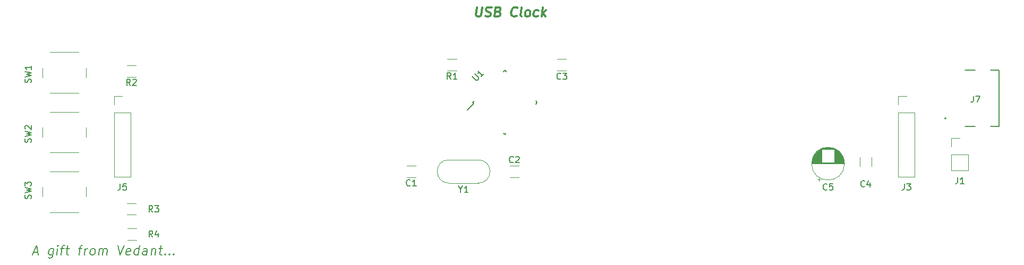
<source format=gbr>
%TF.GenerationSoftware,KiCad,Pcbnew,7.0.2*%
%TF.CreationDate,2024-10-16T20:37:04+05:30*%
%TF.ProjectId,digitalClock,64696769-7461-46c4-936c-6f636b2e6b69,rev?*%
%TF.SameCoordinates,Original*%
%TF.FileFunction,Legend,Top*%
%TF.FilePolarity,Positive*%
%FSLAX46Y46*%
G04 Gerber Fmt 4.6, Leading zero omitted, Abs format (unit mm)*
G04 Created by KiCad (PCBNEW 7.0.2) date 2024-10-16 20:37:04*
%MOMM*%
%LPD*%
G01*
G04 APERTURE LIST*
%ADD10C,0.187500*%
%ADD11C,0.300000*%
%ADD12C,0.150000*%
%ADD13C,0.120000*%
%ADD14C,0.127000*%
%ADD15C,0.200000*%
G04 APERTURE END LIST*
D10*
X69330357Y-117887857D02*
X70044642Y-117887857D01*
X69133928Y-118316428D02*
X69821428Y-116816428D01*
X69821428Y-116816428D02*
X70133928Y-118316428D01*
X72535714Y-117316428D02*
X72383928Y-118530714D01*
X72383928Y-118530714D02*
X72294643Y-118673571D01*
X72294643Y-118673571D02*
X72214285Y-118745000D01*
X72214285Y-118745000D02*
X72062500Y-118816428D01*
X72062500Y-118816428D02*
X71848214Y-118816428D01*
X71848214Y-118816428D02*
X71714285Y-118745000D01*
X72419643Y-118245000D02*
X72267857Y-118316428D01*
X72267857Y-118316428D02*
X71982143Y-118316428D01*
X71982143Y-118316428D02*
X71848214Y-118245000D01*
X71848214Y-118245000D02*
X71785714Y-118173571D01*
X71785714Y-118173571D02*
X71732143Y-118030714D01*
X71732143Y-118030714D02*
X71785714Y-117602142D01*
X71785714Y-117602142D02*
X71875000Y-117459285D01*
X71875000Y-117459285D02*
X71955357Y-117387857D01*
X71955357Y-117387857D02*
X72107143Y-117316428D01*
X72107143Y-117316428D02*
X72392857Y-117316428D01*
X72392857Y-117316428D02*
X72526785Y-117387857D01*
X73053571Y-118316428D02*
X73178571Y-117316428D01*
X73241071Y-116816428D02*
X73160714Y-116887857D01*
X73160714Y-116887857D02*
X73223214Y-116959285D01*
X73223214Y-116959285D02*
X73303571Y-116887857D01*
X73303571Y-116887857D02*
X73241071Y-116816428D01*
X73241071Y-116816428D02*
X73223214Y-116959285D01*
X73669642Y-117316428D02*
X74241071Y-117316428D01*
X73758928Y-118316428D02*
X73919642Y-117030714D01*
X73919642Y-117030714D02*
X74008928Y-116887857D01*
X74008928Y-116887857D02*
X74160714Y-116816428D01*
X74160714Y-116816428D02*
X74303571Y-116816428D01*
X74517856Y-117316428D02*
X75089285Y-117316428D01*
X74794642Y-116816428D02*
X74633928Y-118102142D01*
X74633928Y-118102142D02*
X74687499Y-118245000D01*
X74687499Y-118245000D02*
X74821428Y-118316428D01*
X74821428Y-118316428D02*
X74964285Y-118316428D01*
X76508927Y-117316428D02*
X77080356Y-117316428D01*
X76598213Y-118316428D02*
X76758927Y-117030714D01*
X76758927Y-117030714D02*
X76848213Y-116887857D01*
X76848213Y-116887857D02*
X76999999Y-116816428D01*
X76999999Y-116816428D02*
X77142856Y-116816428D01*
X77446427Y-118316428D02*
X77571427Y-117316428D01*
X77535713Y-117602142D02*
X77624998Y-117459285D01*
X77624998Y-117459285D02*
X77705355Y-117387857D01*
X77705355Y-117387857D02*
X77857141Y-117316428D01*
X77857141Y-117316428D02*
X77999998Y-117316428D01*
X78580356Y-118316428D02*
X78446427Y-118245000D01*
X78446427Y-118245000D02*
X78383927Y-118173571D01*
X78383927Y-118173571D02*
X78330356Y-118030714D01*
X78330356Y-118030714D02*
X78383927Y-117602142D01*
X78383927Y-117602142D02*
X78473213Y-117459285D01*
X78473213Y-117459285D02*
X78553570Y-117387857D01*
X78553570Y-117387857D02*
X78705356Y-117316428D01*
X78705356Y-117316428D02*
X78919641Y-117316428D01*
X78919641Y-117316428D02*
X79053570Y-117387857D01*
X79053570Y-117387857D02*
X79116070Y-117459285D01*
X79116070Y-117459285D02*
X79169641Y-117602142D01*
X79169641Y-117602142D02*
X79116070Y-118030714D01*
X79116070Y-118030714D02*
X79026784Y-118173571D01*
X79026784Y-118173571D02*
X78946427Y-118245000D01*
X78946427Y-118245000D02*
X78794641Y-118316428D01*
X78794641Y-118316428D02*
X78580356Y-118316428D01*
X79714284Y-118316428D02*
X79839284Y-117316428D01*
X79821427Y-117459285D02*
X79901784Y-117387857D01*
X79901784Y-117387857D02*
X80053570Y-117316428D01*
X80053570Y-117316428D02*
X80267855Y-117316428D01*
X80267855Y-117316428D02*
X80401784Y-117387857D01*
X80401784Y-117387857D02*
X80455355Y-117530714D01*
X80455355Y-117530714D02*
X80357141Y-118316428D01*
X80455355Y-117530714D02*
X80544641Y-117387857D01*
X80544641Y-117387857D02*
X80696427Y-117316428D01*
X80696427Y-117316428D02*
X80910712Y-117316428D01*
X80910712Y-117316428D02*
X81044641Y-117387857D01*
X81044641Y-117387857D02*
X81098212Y-117530714D01*
X81098212Y-117530714D02*
X80999998Y-118316428D01*
X82821426Y-116816428D02*
X83133926Y-118316428D01*
X83133926Y-118316428D02*
X83821426Y-116816428D01*
X84705355Y-118245000D02*
X84553569Y-118316428D01*
X84553569Y-118316428D02*
X84267855Y-118316428D01*
X84267855Y-118316428D02*
X84133926Y-118245000D01*
X84133926Y-118245000D02*
X84080355Y-118102142D01*
X84080355Y-118102142D02*
X84151784Y-117530714D01*
X84151784Y-117530714D02*
X84241069Y-117387857D01*
X84241069Y-117387857D02*
X84392855Y-117316428D01*
X84392855Y-117316428D02*
X84678569Y-117316428D01*
X84678569Y-117316428D02*
X84812498Y-117387857D01*
X84812498Y-117387857D02*
X84866069Y-117530714D01*
X84866069Y-117530714D02*
X84848212Y-117673571D01*
X84848212Y-117673571D02*
X84116069Y-117816428D01*
X86044641Y-118316428D02*
X86232141Y-116816428D01*
X86053570Y-118245000D02*
X85901784Y-118316428D01*
X85901784Y-118316428D02*
X85616070Y-118316428D01*
X85616070Y-118316428D02*
X85482141Y-118245000D01*
X85482141Y-118245000D02*
X85419641Y-118173571D01*
X85419641Y-118173571D02*
X85366070Y-118030714D01*
X85366070Y-118030714D02*
X85419641Y-117602142D01*
X85419641Y-117602142D02*
X85508927Y-117459285D01*
X85508927Y-117459285D02*
X85589284Y-117387857D01*
X85589284Y-117387857D02*
X85741070Y-117316428D01*
X85741070Y-117316428D02*
X86026784Y-117316428D01*
X86026784Y-117316428D02*
X86160712Y-117387857D01*
X87392855Y-118316428D02*
X87491069Y-117530714D01*
X87491069Y-117530714D02*
X87437498Y-117387857D01*
X87437498Y-117387857D02*
X87303569Y-117316428D01*
X87303569Y-117316428D02*
X87017855Y-117316428D01*
X87017855Y-117316428D02*
X86866069Y-117387857D01*
X87401784Y-118245000D02*
X87249998Y-118316428D01*
X87249998Y-118316428D02*
X86892855Y-118316428D01*
X86892855Y-118316428D02*
X86758926Y-118245000D01*
X86758926Y-118245000D02*
X86705355Y-118102142D01*
X86705355Y-118102142D02*
X86723212Y-117959285D01*
X86723212Y-117959285D02*
X86812498Y-117816428D01*
X86812498Y-117816428D02*
X86964284Y-117745000D01*
X86964284Y-117745000D02*
X87321426Y-117745000D01*
X87321426Y-117745000D02*
X87473212Y-117673571D01*
X88223212Y-117316428D02*
X88098212Y-118316428D01*
X88205355Y-117459285D02*
X88285712Y-117387857D01*
X88285712Y-117387857D02*
X88437498Y-117316428D01*
X88437498Y-117316428D02*
X88651783Y-117316428D01*
X88651783Y-117316428D02*
X88785712Y-117387857D01*
X88785712Y-117387857D02*
X88839283Y-117530714D01*
X88839283Y-117530714D02*
X88741069Y-118316428D01*
X89357140Y-117316428D02*
X89928569Y-117316428D01*
X89633926Y-116816428D02*
X89473212Y-118102142D01*
X89473212Y-118102142D02*
X89526783Y-118245000D01*
X89526783Y-118245000D02*
X89660712Y-118316428D01*
X89660712Y-118316428D02*
X89803569Y-118316428D01*
X90312497Y-118173571D02*
X90374997Y-118245000D01*
X90374997Y-118245000D02*
X90294640Y-118316428D01*
X90294640Y-118316428D02*
X90232140Y-118245000D01*
X90232140Y-118245000D02*
X90312497Y-118173571D01*
X90312497Y-118173571D02*
X90294640Y-118316428D01*
X91017854Y-118173571D02*
X91080354Y-118245000D01*
X91080354Y-118245000D02*
X90999997Y-118316428D01*
X90999997Y-118316428D02*
X90937497Y-118245000D01*
X90937497Y-118245000D02*
X91017854Y-118173571D01*
X91017854Y-118173571D02*
X90999997Y-118316428D01*
X91723211Y-118173571D02*
X91785711Y-118245000D01*
X91785711Y-118245000D02*
X91705354Y-118316428D01*
X91705354Y-118316428D02*
X91642854Y-118245000D01*
X91642854Y-118245000D02*
X91723211Y-118173571D01*
X91723211Y-118173571D02*
X91705354Y-118316428D01*
D11*
X140035714Y-78816428D02*
X139883928Y-80030714D01*
X139883928Y-80030714D02*
X139937500Y-80173571D01*
X139937500Y-80173571D02*
X140000000Y-80245000D01*
X140000000Y-80245000D02*
X140133928Y-80316428D01*
X140133928Y-80316428D02*
X140419642Y-80316428D01*
X140419642Y-80316428D02*
X140571428Y-80245000D01*
X140571428Y-80245000D02*
X140651785Y-80173571D01*
X140651785Y-80173571D02*
X140741071Y-80030714D01*
X140741071Y-80030714D02*
X140892857Y-78816428D01*
X141348214Y-80245000D02*
X141553571Y-80316428D01*
X141553571Y-80316428D02*
X141910714Y-80316428D01*
X141910714Y-80316428D02*
X142062500Y-80245000D01*
X142062500Y-80245000D02*
X142142857Y-80173571D01*
X142142857Y-80173571D02*
X142232142Y-80030714D01*
X142232142Y-80030714D02*
X142250000Y-79887857D01*
X142250000Y-79887857D02*
X142196428Y-79745000D01*
X142196428Y-79745000D02*
X142133928Y-79673571D01*
X142133928Y-79673571D02*
X142000000Y-79602142D01*
X142000000Y-79602142D02*
X141723214Y-79530714D01*
X141723214Y-79530714D02*
X141589285Y-79459285D01*
X141589285Y-79459285D02*
X141526785Y-79387857D01*
X141526785Y-79387857D02*
X141473214Y-79245000D01*
X141473214Y-79245000D02*
X141491071Y-79102142D01*
X141491071Y-79102142D02*
X141580357Y-78959285D01*
X141580357Y-78959285D02*
X141660714Y-78887857D01*
X141660714Y-78887857D02*
X141812500Y-78816428D01*
X141812500Y-78816428D02*
X142169642Y-78816428D01*
X142169642Y-78816428D02*
X142375000Y-78887857D01*
X143428571Y-79530714D02*
X143633928Y-79602142D01*
X143633928Y-79602142D02*
X143696428Y-79673571D01*
X143696428Y-79673571D02*
X143750000Y-79816428D01*
X143750000Y-79816428D02*
X143723214Y-80030714D01*
X143723214Y-80030714D02*
X143633928Y-80173571D01*
X143633928Y-80173571D02*
X143553571Y-80245000D01*
X143553571Y-80245000D02*
X143401785Y-80316428D01*
X143401785Y-80316428D02*
X142830357Y-80316428D01*
X142830357Y-80316428D02*
X143017857Y-78816428D01*
X143017857Y-78816428D02*
X143517857Y-78816428D01*
X143517857Y-78816428D02*
X143651785Y-78887857D01*
X143651785Y-78887857D02*
X143714285Y-78959285D01*
X143714285Y-78959285D02*
X143767857Y-79102142D01*
X143767857Y-79102142D02*
X143750000Y-79245000D01*
X143750000Y-79245000D02*
X143660714Y-79387857D01*
X143660714Y-79387857D02*
X143580357Y-79459285D01*
X143580357Y-79459285D02*
X143428571Y-79530714D01*
X143428571Y-79530714D02*
X142928571Y-79530714D01*
X146339285Y-80173571D02*
X146258928Y-80245000D01*
X146258928Y-80245000D02*
X146035713Y-80316428D01*
X146035713Y-80316428D02*
X145892856Y-80316428D01*
X145892856Y-80316428D02*
X145687499Y-80245000D01*
X145687499Y-80245000D02*
X145562499Y-80102142D01*
X145562499Y-80102142D02*
X145508928Y-79959285D01*
X145508928Y-79959285D02*
X145473213Y-79673571D01*
X145473213Y-79673571D02*
X145499999Y-79459285D01*
X145499999Y-79459285D02*
X145607142Y-79173571D01*
X145607142Y-79173571D02*
X145696428Y-79030714D01*
X145696428Y-79030714D02*
X145857142Y-78887857D01*
X145857142Y-78887857D02*
X146080356Y-78816428D01*
X146080356Y-78816428D02*
X146223213Y-78816428D01*
X146223213Y-78816428D02*
X146428571Y-78887857D01*
X146428571Y-78887857D02*
X146491071Y-78959285D01*
X147169642Y-80316428D02*
X147035713Y-80245000D01*
X147035713Y-80245000D02*
X146982142Y-80102142D01*
X146982142Y-80102142D02*
X147142856Y-78816428D01*
X147946428Y-80316428D02*
X147812499Y-80245000D01*
X147812499Y-80245000D02*
X147749999Y-80173571D01*
X147749999Y-80173571D02*
X147696428Y-80030714D01*
X147696428Y-80030714D02*
X147749999Y-79602142D01*
X147749999Y-79602142D02*
X147839285Y-79459285D01*
X147839285Y-79459285D02*
X147919642Y-79387857D01*
X147919642Y-79387857D02*
X148071428Y-79316428D01*
X148071428Y-79316428D02*
X148285713Y-79316428D01*
X148285713Y-79316428D02*
X148419642Y-79387857D01*
X148419642Y-79387857D02*
X148482142Y-79459285D01*
X148482142Y-79459285D02*
X148535713Y-79602142D01*
X148535713Y-79602142D02*
X148482142Y-80030714D01*
X148482142Y-80030714D02*
X148392856Y-80173571D01*
X148392856Y-80173571D02*
X148312499Y-80245000D01*
X148312499Y-80245000D02*
X148160713Y-80316428D01*
X148160713Y-80316428D02*
X147946428Y-80316428D01*
X149732142Y-80245000D02*
X149580356Y-80316428D01*
X149580356Y-80316428D02*
X149294642Y-80316428D01*
X149294642Y-80316428D02*
X149160713Y-80245000D01*
X149160713Y-80245000D02*
X149098213Y-80173571D01*
X149098213Y-80173571D02*
X149044642Y-80030714D01*
X149044642Y-80030714D02*
X149098213Y-79602142D01*
X149098213Y-79602142D02*
X149187499Y-79459285D01*
X149187499Y-79459285D02*
X149267856Y-79387857D01*
X149267856Y-79387857D02*
X149419642Y-79316428D01*
X149419642Y-79316428D02*
X149705356Y-79316428D01*
X149705356Y-79316428D02*
X149839284Y-79387857D01*
X150357142Y-80316428D02*
X150544642Y-78816428D01*
X150571428Y-79745000D02*
X150928570Y-80316428D01*
X151053570Y-79316428D02*
X150410713Y-79887857D01*
D12*
%TO.C,C1*%
X129395833Y-107217380D02*
X129348214Y-107265000D01*
X129348214Y-107265000D02*
X129205357Y-107312619D01*
X129205357Y-107312619D02*
X129110119Y-107312619D01*
X129110119Y-107312619D02*
X128967262Y-107265000D01*
X128967262Y-107265000D02*
X128872024Y-107169761D01*
X128872024Y-107169761D02*
X128824405Y-107074523D01*
X128824405Y-107074523D02*
X128776786Y-106884047D01*
X128776786Y-106884047D02*
X128776786Y-106741190D01*
X128776786Y-106741190D02*
X128824405Y-106550714D01*
X128824405Y-106550714D02*
X128872024Y-106455476D01*
X128872024Y-106455476D02*
X128967262Y-106360238D01*
X128967262Y-106360238D02*
X129110119Y-106312619D01*
X129110119Y-106312619D02*
X129205357Y-106312619D01*
X129205357Y-106312619D02*
X129348214Y-106360238D01*
X129348214Y-106360238D02*
X129395833Y-106407857D01*
X130348214Y-107312619D02*
X129776786Y-107312619D01*
X130062500Y-107312619D02*
X130062500Y-106312619D01*
X130062500Y-106312619D02*
X129967262Y-106455476D01*
X129967262Y-106455476D02*
X129872024Y-106550714D01*
X129872024Y-106550714D02*
X129776786Y-106598333D01*
%TO.C,R2*%
X84783333Y-91282619D02*
X84450000Y-90806428D01*
X84211905Y-91282619D02*
X84211905Y-90282619D01*
X84211905Y-90282619D02*
X84592857Y-90282619D01*
X84592857Y-90282619D02*
X84688095Y-90330238D01*
X84688095Y-90330238D02*
X84735714Y-90377857D01*
X84735714Y-90377857D02*
X84783333Y-90473095D01*
X84783333Y-90473095D02*
X84783333Y-90615952D01*
X84783333Y-90615952D02*
X84735714Y-90711190D01*
X84735714Y-90711190D02*
X84688095Y-90758809D01*
X84688095Y-90758809D02*
X84592857Y-90806428D01*
X84592857Y-90806428D02*
X84211905Y-90806428D01*
X85164286Y-90377857D02*
X85211905Y-90330238D01*
X85211905Y-90330238D02*
X85307143Y-90282619D01*
X85307143Y-90282619D02*
X85545238Y-90282619D01*
X85545238Y-90282619D02*
X85640476Y-90330238D01*
X85640476Y-90330238D02*
X85688095Y-90377857D01*
X85688095Y-90377857D02*
X85735714Y-90473095D01*
X85735714Y-90473095D02*
X85735714Y-90568333D01*
X85735714Y-90568333D02*
X85688095Y-90711190D01*
X85688095Y-90711190D02*
X85116667Y-91282619D01*
X85116667Y-91282619D02*
X85735714Y-91282619D01*
%TO.C,SW3*%
X68915000Y-109333332D02*
X68962619Y-109190475D01*
X68962619Y-109190475D02*
X68962619Y-108952380D01*
X68962619Y-108952380D02*
X68915000Y-108857142D01*
X68915000Y-108857142D02*
X68867380Y-108809523D01*
X68867380Y-108809523D02*
X68772142Y-108761904D01*
X68772142Y-108761904D02*
X68676904Y-108761904D01*
X68676904Y-108761904D02*
X68581666Y-108809523D01*
X68581666Y-108809523D02*
X68534047Y-108857142D01*
X68534047Y-108857142D02*
X68486428Y-108952380D01*
X68486428Y-108952380D02*
X68438809Y-109142856D01*
X68438809Y-109142856D02*
X68391190Y-109238094D01*
X68391190Y-109238094D02*
X68343571Y-109285713D01*
X68343571Y-109285713D02*
X68248333Y-109333332D01*
X68248333Y-109333332D02*
X68153095Y-109333332D01*
X68153095Y-109333332D02*
X68057857Y-109285713D01*
X68057857Y-109285713D02*
X68010238Y-109238094D01*
X68010238Y-109238094D02*
X67962619Y-109142856D01*
X67962619Y-109142856D02*
X67962619Y-108904761D01*
X67962619Y-108904761D02*
X68010238Y-108761904D01*
X67962619Y-108428570D02*
X68962619Y-108190475D01*
X68962619Y-108190475D02*
X68248333Y-107999999D01*
X68248333Y-107999999D02*
X68962619Y-107809523D01*
X68962619Y-107809523D02*
X67962619Y-107571428D01*
X67962619Y-107285713D02*
X67962619Y-106666666D01*
X67962619Y-106666666D02*
X68343571Y-106999999D01*
X68343571Y-106999999D02*
X68343571Y-106857142D01*
X68343571Y-106857142D02*
X68391190Y-106761904D01*
X68391190Y-106761904D02*
X68438809Y-106714285D01*
X68438809Y-106714285D02*
X68534047Y-106666666D01*
X68534047Y-106666666D02*
X68772142Y-106666666D01*
X68772142Y-106666666D02*
X68867380Y-106714285D01*
X68867380Y-106714285D02*
X68915000Y-106761904D01*
X68915000Y-106761904D02*
X68962619Y-106857142D01*
X68962619Y-106857142D02*
X68962619Y-107142856D01*
X68962619Y-107142856D02*
X68915000Y-107238094D01*
X68915000Y-107238094D02*
X68867380Y-107285713D01*
%TO.C,J7*%
X219166666Y-92962619D02*
X219166666Y-93676904D01*
X219166666Y-93676904D02*
X219119047Y-93819761D01*
X219119047Y-93819761D02*
X219023809Y-93915000D01*
X219023809Y-93915000D02*
X218880952Y-93962619D01*
X218880952Y-93962619D02*
X218785714Y-93962619D01*
X219547619Y-92962619D02*
X220214285Y-92962619D01*
X220214285Y-92962619D02*
X219785714Y-93962619D01*
%TO.C,U1*%
X139303270Y-89880766D02*
X139875690Y-90453186D01*
X139875690Y-90453186D02*
X139976705Y-90486857D01*
X139976705Y-90486857D02*
X140044048Y-90486857D01*
X140044048Y-90486857D02*
X140145064Y-90453186D01*
X140145064Y-90453186D02*
X140279751Y-90318499D01*
X140279751Y-90318499D02*
X140313422Y-90217483D01*
X140313422Y-90217483D02*
X140313422Y-90150140D01*
X140313422Y-90150140D02*
X140279751Y-90049125D01*
X140279751Y-90049125D02*
X139707331Y-89476705D01*
X141121544Y-89476705D02*
X140717483Y-89880766D01*
X140919514Y-89678735D02*
X140212407Y-88971629D01*
X140212407Y-88971629D02*
X140246079Y-89139987D01*
X140246079Y-89139987D02*
X140246079Y-89274674D01*
X140246079Y-89274674D02*
X140212407Y-89375690D01*
%TO.C,R4*%
X88333333Y-115462619D02*
X88000000Y-114986428D01*
X87761905Y-115462619D02*
X87761905Y-114462619D01*
X87761905Y-114462619D02*
X88142857Y-114462619D01*
X88142857Y-114462619D02*
X88238095Y-114510238D01*
X88238095Y-114510238D02*
X88285714Y-114557857D01*
X88285714Y-114557857D02*
X88333333Y-114653095D01*
X88333333Y-114653095D02*
X88333333Y-114795952D01*
X88333333Y-114795952D02*
X88285714Y-114891190D01*
X88285714Y-114891190D02*
X88238095Y-114938809D01*
X88238095Y-114938809D02*
X88142857Y-114986428D01*
X88142857Y-114986428D02*
X87761905Y-114986428D01*
X89190476Y-114795952D02*
X89190476Y-115462619D01*
X88952381Y-114415000D02*
X88714286Y-115129285D01*
X88714286Y-115129285D02*
X89333333Y-115129285D01*
%TO.C,J5*%
X83166666Y-106962619D02*
X83166666Y-107676904D01*
X83166666Y-107676904D02*
X83119047Y-107819761D01*
X83119047Y-107819761D02*
X83023809Y-107915000D01*
X83023809Y-107915000D02*
X82880952Y-107962619D01*
X82880952Y-107962619D02*
X82785714Y-107962619D01*
X84119047Y-106962619D02*
X83642857Y-106962619D01*
X83642857Y-106962619D02*
X83595238Y-107438809D01*
X83595238Y-107438809D02*
X83642857Y-107391190D01*
X83642857Y-107391190D02*
X83738095Y-107343571D01*
X83738095Y-107343571D02*
X83976190Y-107343571D01*
X83976190Y-107343571D02*
X84071428Y-107391190D01*
X84071428Y-107391190D02*
X84119047Y-107438809D01*
X84119047Y-107438809D02*
X84166666Y-107534047D01*
X84166666Y-107534047D02*
X84166666Y-107772142D01*
X84166666Y-107772142D02*
X84119047Y-107867380D01*
X84119047Y-107867380D02*
X84071428Y-107915000D01*
X84071428Y-107915000D02*
X83976190Y-107962619D01*
X83976190Y-107962619D02*
X83738095Y-107962619D01*
X83738095Y-107962619D02*
X83642857Y-107915000D01*
X83642857Y-107915000D02*
X83595238Y-107867380D01*
%TO.C,SW2*%
X68915000Y-100333332D02*
X68962619Y-100190475D01*
X68962619Y-100190475D02*
X68962619Y-99952380D01*
X68962619Y-99952380D02*
X68915000Y-99857142D01*
X68915000Y-99857142D02*
X68867380Y-99809523D01*
X68867380Y-99809523D02*
X68772142Y-99761904D01*
X68772142Y-99761904D02*
X68676904Y-99761904D01*
X68676904Y-99761904D02*
X68581666Y-99809523D01*
X68581666Y-99809523D02*
X68534047Y-99857142D01*
X68534047Y-99857142D02*
X68486428Y-99952380D01*
X68486428Y-99952380D02*
X68438809Y-100142856D01*
X68438809Y-100142856D02*
X68391190Y-100238094D01*
X68391190Y-100238094D02*
X68343571Y-100285713D01*
X68343571Y-100285713D02*
X68248333Y-100333332D01*
X68248333Y-100333332D02*
X68153095Y-100333332D01*
X68153095Y-100333332D02*
X68057857Y-100285713D01*
X68057857Y-100285713D02*
X68010238Y-100238094D01*
X68010238Y-100238094D02*
X67962619Y-100142856D01*
X67962619Y-100142856D02*
X67962619Y-99904761D01*
X67962619Y-99904761D02*
X68010238Y-99761904D01*
X67962619Y-99428570D02*
X68962619Y-99190475D01*
X68962619Y-99190475D02*
X68248333Y-98999999D01*
X68248333Y-98999999D02*
X68962619Y-98809523D01*
X68962619Y-98809523D02*
X67962619Y-98571428D01*
X68057857Y-98238094D02*
X68010238Y-98190475D01*
X68010238Y-98190475D02*
X67962619Y-98095237D01*
X67962619Y-98095237D02*
X67962619Y-97857142D01*
X67962619Y-97857142D02*
X68010238Y-97761904D01*
X68010238Y-97761904D02*
X68057857Y-97714285D01*
X68057857Y-97714285D02*
X68153095Y-97666666D01*
X68153095Y-97666666D02*
X68248333Y-97666666D01*
X68248333Y-97666666D02*
X68391190Y-97714285D01*
X68391190Y-97714285D02*
X68962619Y-98285713D01*
X68962619Y-98285713D02*
X68962619Y-97666666D01*
%TO.C,C3*%
X153395833Y-90217380D02*
X153348214Y-90265000D01*
X153348214Y-90265000D02*
X153205357Y-90312619D01*
X153205357Y-90312619D02*
X153110119Y-90312619D01*
X153110119Y-90312619D02*
X152967262Y-90265000D01*
X152967262Y-90265000D02*
X152872024Y-90169761D01*
X152872024Y-90169761D02*
X152824405Y-90074523D01*
X152824405Y-90074523D02*
X152776786Y-89884047D01*
X152776786Y-89884047D02*
X152776786Y-89741190D01*
X152776786Y-89741190D02*
X152824405Y-89550714D01*
X152824405Y-89550714D02*
X152872024Y-89455476D01*
X152872024Y-89455476D02*
X152967262Y-89360238D01*
X152967262Y-89360238D02*
X153110119Y-89312619D01*
X153110119Y-89312619D02*
X153205357Y-89312619D01*
X153205357Y-89312619D02*
X153348214Y-89360238D01*
X153348214Y-89360238D02*
X153395833Y-89407857D01*
X153729167Y-89312619D02*
X154348214Y-89312619D01*
X154348214Y-89312619D02*
X154014881Y-89693571D01*
X154014881Y-89693571D02*
X154157738Y-89693571D01*
X154157738Y-89693571D02*
X154252976Y-89741190D01*
X154252976Y-89741190D02*
X154300595Y-89788809D01*
X154300595Y-89788809D02*
X154348214Y-89884047D01*
X154348214Y-89884047D02*
X154348214Y-90122142D01*
X154348214Y-90122142D02*
X154300595Y-90217380D01*
X154300595Y-90217380D02*
X154252976Y-90265000D01*
X154252976Y-90265000D02*
X154157738Y-90312619D01*
X154157738Y-90312619D02*
X153872024Y-90312619D01*
X153872024Y-90312619D02*
X153776786Y-90265000D01*
X153776786Y-90265000D02*
X153729167Y-90217380D01*
%TO.C,Y1*%
X137423809Y-107836428D02*
X137423809Y-108312619D01*
X137090476Y-107312619D02*
X137423809Y-107836428D01*
X137423809Y-107836428D02*
X137757142Y-107312619D01*
X138614285Y-108312619D02*
X138042857Y-108312619D01*
X138328571Y-108312619D02*
X138328571Y-107312619D01*
X138328571Y-107312619D02*
X138233333Y-107455476D01*
X138233333Y-107455476D02*
X138138095Y-107550714D01*
X138138095Y-107550714D02*
X138042857Y-107598333D01*
%TO.C,R3*%
X88333333Y-111462619D02*
X88000000Y-110986428D01*
X87761905Y-111462619D02*
X87761905Y-110462619D01*
X87761905Y-110462619D02*
X88142857Y-110462619D01*
X88142857Y-110462619D02*
X88238095Y-110510238D01*
X88238095Y-110510238D02*
X88285714Y-110557857D01*
X88285714Y-110557857D02*
X88333333Y-110653095D01*
X88333333Y-110653095D02*
X88333333Y-110795952D01*
X88333333Y-110795952D02*
X88285714Y-110891190D01*
X88285714Y-110891190D02*
X88238095Y-110938809D01*
X88238095Y-110938809D02*
X88142857Y-110986428D01*
X88142857Y-110986428D02*
X87761905Y-110986428D01*
X88666667Y-110462619D02*
X89285714Y-110462619D01*
X89285714Y-110462619D02*
X88952381Y-110843571D01*
X88952381Y-110843571D02*
X89095238Y-110843571D01*
X89095238Y-110843571D02*
X89190476Y-110891190D01*
X89190476Y-110891190D02*
X89238095Y-110938809D01*
X89238095Y-110938809D02*
X89285714Y-111034047D01*
X89285714Y-111034047D02*
X89285714Y-111272142D01*
X89285714Y-111272142D02*
X89238095Y-111367380D01*
X89238095Y-111367380D02*
X89190476Y-111415000D01*
X89190476Y-111415000D02*
X89095238Y-111462619D01*
X89095238Y-111462619D02*
X88809524Y-111462619D01*
X88809524Y-111462619D02*
X88714286Y-111415000D01*
X88714286Y-111415000D02*
X88666667Y-111367380D01*
%TO.C,J3*%
X208166666Y-106962619D02*
X208166666Y-107676904D01*
X208166666Y-107676904D02*
X208119047Y-107819761D01*
X208119047Y-107819761D02*
X208023809Y-107915000D01*
X208023809Y-107915000D02*
X207880952Y-107962619D01*
X207880952Y-107962619D02*
X207785714Y-107962619D01*
X208547619Y-106962619D02*
X209166666Y-106962619D01*
X209166666Y-106962619D02*
X208833333Y-107343571D01*
X208833333Y-107343571D02*
X208976190Y-107343571D01*
X208976190Y-107343571D02*
X209071428Y-107391190D01*
X209071428Y-107391190D02*
X209119047Y-107438809D01*
X209119047Y-107438809D02*
X209166666Y-107534047D01*
X209166666Y-107534047D02*
X209166666Y-107772142D01*
X209166666Y-107772142D02*
X209119047Y-107867380D01*
X209119047Y-107867380D02*
X209071428Y-107915000D01*
X209071428Y-107915000D02*
X208976190Y-107962619D01*
X208976190Y-107962619D02*
X208690476Y-107962619D01*
X208690476Y-107962619D02*
X208595238Y-107915000D01*
X208595238Y-107915000D02*
X208547619Y-107867380D01*
%TO.C,C2*%
X145833333Y-103517380D02*
X145785714Y-103565000D01*
X145785714Y-103565000D02*
X145642857Y-103612619D01*
X145642857Y-103612619D02*
X145547619Y-103612619D01*
X145547619Y-103612619D02*
X145404762Y-103565000D01*
X145404762Y-103565000D02*
X145309524Y-103469761D01*
X145309524Y-103469761D02*
X145261905Y-103374523D01*
X145261905Y-103374523D02*
X145214286Y-103184047D01*
X145214286Y-103184047D02*
X145214286Y-103041190D01*
X145214286Y-103041190D02*
X145261905Y-102850714D01*
X145261905Y-102850714D02*
X145309524Y-102755476D01*
X145309524Y-102755476D02*
X145404762Y-102660238D01*
X145404762Y-102660238D02*
X145547619Y-102612619D01*
X145547619Y-102612619D02*
X145642857Y-102612619D01*
X145642857Y-102612619D02*
X145785714Y-102660238D01*
X145785714Y-102660238D02*
X145833333Y-102707857D01*
X146214286Y-102707857D02*
X146261905Y-102660238D01*
X146261905Y-102660238D02*
X146357143Y-102612619D01*
X146357143Y-102612619D02*
X146595238Y-102612619D01*
X146595238Y-102612619D02*
X146690476Y-102660238D01*
X146690476Y-102660238D02*
X146738095Y-102707857D01*
X146738095Y-102707857D02*
X146785714Y-102803095D01*
X146785714Y-102803095D02*
X146785714Y-102898333D01*
X146785714Y-102898333D02*
X146738095Y-103041190D01*
X146738095Y-103041190D02*
X146166667Y-103612619D01*
X146166667Y-103612619D02*
X146785714Y-103612619D01*
%TO.C,C4*%
X201833333Y-107367380D02*
X201785714Y-107415000D01*
X201785714Y-107415000D02*
X201642857Y-107462619D01*
X201642857Y-107462619D02*
X201547619Y-107462619D01*
X201547619Y-107462619D02*
X201404762Y-107415000D01*
X201404762Y-107415000D02*
X201309524Y-107319761D01*
X201309524Y-107319761D02*
X201261905Y-107224523D01*
X201261905Y-107224523D02*
X201214286Y-107034047D01*
X201214286Y-107034047D02*
X201214286Y-106891190D01*
X201214286Y-106891190D02*
X201261905Y-106700714D01*
X201261905Y-106700714D02*
X201309524Y-106605476D01*
X201309524Y-106605476D02*
X201404762Y-106510238D01*
X201404762Y-106510238D02*
X201547619Y-106462619D01*
X201547619Y-106462619D02*
X201642857Y-106462619D01*
X201642857Y-106462619D02*
X201785714Y-106510238D01*
X201785714Y-106510238D02*
X201833333Y-106557857D01*
X202690476Y-106795952D02*
X202690476Y-107462619D01*
X202452381Y-106415000D02*
X202214286Y-107129285D01*
X202214286Y-107129285D02*
X202833333Y-107129285D01*
%TO.C,SW1*%
X68915000Y-90833332D02*
X68962619Y-90690475D01*
X68962619Y-90690475D02*
X68962619Y-90452380D01*
X68962619Y-90452380D02*
X68915000Y-90357142D01*
X68915000Y-90357142D02*
X68867380Y-90309523D01*
X68867380Y-90309523D02*
X68772142Y-90261904D01*
X68772142Y-90261904D02*
X68676904Y-90261904D01*
X68676904Y-90261904D02*
X68581666Y-90309523D01*
X68581666Y-90309523D02*
X68534047Y-90357142D01*
X68534047Y-90357142D02*
X68486428Y-90452380D01*
X68486428Y-90452380D02*
X68438809Y-90642856D01*
X68438809Y-90642856D02*
X68391190Y-90738094D01*
X68391190Y-90738094D02*
X68343571Y-90785713D01*
X68343571Y-90785713D02*
X68248333Y-90833332D01*
X68248333Y-90833332D02*
X68153095Y-90833332D01*
X68153095Y-90833332D02*
X68057857Y-90785713D01*
X68057857Y-90785713D02*
X68010238Y-90738094D01*
X68010238Y-90738094D02*
X67962619Y-90642856D01*
X67962619Y-90642856D02*
X67962619Y-90404761D01*
X67962619Y-90404761D02*
X68010238Y-90261904D01*
X67962619Y-89928570D02*
X68962619Y-89690475D01*
X68962619Y-89690475D02*
X68248333Y-89499999D01*
X68248333Y-89499999D02*
X68962619Y-89309523D01*
X68962619Y-89309523D02*
X67962619Y-89071428D01*
X68962619Y-88166666D02*
X68962619Y-88738094D01*
X68962619Y-88452380D02*
X67962619Y-88452380D01*
X67962619Y-88452380D02*
X68105476Y-88547618D01*
X68105476Y-88547618D02*
X68200714Y-88642856D01*
X68200714Y-88642856D02*
X68248333Y-88738094D01*
%TO.C,R1*%
X135883333Y-90282619D02*
X135550000Y-89806428D01*
X135311905Y-90282619D02*
X135311905Y-89282619D01*
X135311905Y-89282619D02*
X135692857Y-89282619D01*
X135692857Y-89282619D02*
X135788095Y-89330238D01*
X135788095Y-89330238D02*
X135835714Y-89377857D01*
X135835714Y-89377857D02*
X135883333Y-89473095D01*
X135883333Y-89473095D02*
X135883333Y-89615952D01*
X135883333Y-89615952D02*
X135835714Y-89711190D01*
X135835714Y-89711190D02*
X135788095Y-89758809D01*
X135788095Y-89758809D02*
X135692857Y-89806428D01*
X135692857Y-89806428D02*
X135311905Y-89806428D01*
X136835714Y-90282619D02*
X136264286Y-90282619D01*
X136550000Y-90282619D02*
X136550000Y-89282619D01*
X136550000Y-89282619D02*
X136454762Y-89425476D01*
X136454762Y-89425476D02*
X136359524Y-89520714D01*
X136359524Y-89520714D02*
X136264286Y-89568333D01*
%TO.C,C5*%
X195833333Y-107867380D02*
X195785714Y-107915000D01*
X195785714Y-107915000D02*
X195642857Y-107962619D01*
X195642857Y-107962619D02*
X195547619Y-107962619D01*
X195547619Y-107962619D02*
X195404762Y-107915000D01*
X195404762Y-107915000D02*
X195309524Y-107819761D01*
X195309524Y-107819761D02*
X195261905Y-107724523D01*
X195261905Y-107724523D02*
X195214286Y-107534047D01*
X195214286Y-107534047D02*
X195214286Y-107391190D01*
X195214286Y-107391190D02*
X195261905Y-107200714D01*
X195261905Y-107200714D02*
X195309524Y-107105476D01*
X195309524Y-107105476D02*
X195404762Y-107010238D01*
X195404762Y-107010238D02*
X195547619Y-106962619D01*
X195547619Y-106962619D02*
X195642857Y-106962619D01*
X195642857Y-106962619D02*
X195785714Y-107010238D01*
X195785714Y-107010238D02*
X195833333Y-107057857D01*
X196738095Y-106962619D02*
X196261905Y-106962619D01*
X196261905Y-106962619D02*
X196214286Y-107438809D01*
X196214286Y-107438809D02*
X196261905Y-107391190D01*
X196261905Y-107391190D02*
X196357143Y-107343571D01*
X196357143Y-107343571D02*
X196595238Y-107343571D01*
X196595238Y-107343571D02*
X196690476Y-107391190D01*
X196690476Y-107391190D02*
X196738095Y-107438809D01*
X196738095Y-107438809D02*
X196785714Y-107534047D01*
X196785714Y-107534047D02*
X196785714Y-107772142D01*
X196785714Y-107772142D02*
X196738095Y-107867380D01*
X196738095Y-107867380D02*
X196690476Y-107915000D01*
X196690476Y-107915000D02*
X196595238Y-107962619D01*
X196595238Y-107962619D02*
X196357143Y-107962619D01*
X196357143Y-107962619D02*
X196261905Y-107915000D01*
X196261905Y-107915000D02*
X196214286Y-107867380D01*
%TO.C,J1*%
X216666666Y-105962619D02*
X216666666Y-106676904D01*
X216666666Y-106676904D02*
X216619047Y-106819761D01*
X216619047Y-106819761D02*
X216523809Y-106915000D01*
X216523809Y-106915000D02*
X216380952Y-106962619D01*
X216380952Y-106962619D02*
X216285714Y-106962619D01*
X217666666Y-106962619D02*
X217095238Y-106962619D01*
X217380952Y-106962619D02*
X217380952Y-105962619D01*
X217380952Y-105962619D02*
X217285714Y-106105476D01*
X217285714Y-106105476D02*
X217190476Y-106200714D01*
X217190476Y-106200714D02*
X217095238Y-106248333D01*
D13*
%TO.C,C1*%
X130273752Y-105910000D02*
X128851248Y-105910000D01*
X130273752Y-104090000D02*
X128851248Y-104090000D01*
%TO.C,R2*%
X85677064Y-89910000D02*
X84222936Y-89910000D01*
X85677064Y-88090000D02*
X84222936Y-88090000D01*
%TO.C,SW3*%
X77750000Y-109000000D02*
X77750000Y-107500000D01*
X76500000Y-105000000D02*
X72000000Y-105000000D01*
X72000000Y-111500000D02*
X76500000Y-111500000D01*
X70750000Y-107500000D02*
X70750000Y-109000000D01*
D14*
%TO.C,J7*%
X219460000Y-97790000D02*
X217870000Y-97790000D01*
X223280000Y-97790000D02*
X221900000Y-97790000D01*
X219460000Y-88850000D02*
X217870000Y-88850000D01*
X223280000Y-88850000D02*
X223280000Y-97790000D01*
X223280000Y-88850000D02*
X221900000Y-88850000D01*
D15*
X214780000Y-96520000D02*
G75*
G03*
X214780000Y-96520000I-100000J0D01*
G01*
D12*
%TO.C,U1*%
X139373476Y-94000000D02*
X139532575Y-94159099D01*
X139373476Y-94000000D02*
X139603286Y-93770190D01*
X139532575Y-94159099D02*
X138524948Y-95166726D01*
X144500000Y-99126524D02*
X144270190Y-98896714D01*
X144500000Y-99126524D02*
X144729810Y-98896714D01*
X144500000Y-88873476D02*
X144270190Y-89103286D01*
X144500000Y-88873476D02*
X144729810Y-89103286D01*
X149626524Y-94000000D02*
X149396714Y-94229810D01*
X149626524Y-94000000D02*
X149396714Y-93770190D01*
D13*
%TO.C,R4*%
X85777064Y-115910000D02*
X84322936Y-115910000D01*
X85777064Y-114090000D02*
X84322936Y-114090000D01*
%TO.C,J5*%
X82170000Y-93010000D02*
X83500000Y-93010000D01*
X82170000Y-94340000D02*
X82170000Y-93010000D01*
X82170000Y-95610000D02*
X82170000Y-105830000D01*
X82170000Y-95610000D02*
X84830000Y-95610000D01*
X82170000Y-105830000D02*
X84830000Y-105830000D01*
X84830000Y-95610000D02*
X84830000Y-105830000D01*
%TO.C,SW2*%
X77750000Y-99500000D02*
X77750000Y-98000000D01*
X76500000Y-95500000D02*
X72000000Y-95500000D01*
X72000000Y-102000000D02*
X76500000Y-102000000D01*
X70750000Y-98000000D02*
X70750000Y-99500000D01*
%TO.C,C3*%
X154273752Y-88910000D02*
X152851248Y-88910000D01*
X154273752Y-87090000D02*
X152851248Y-87090000D01*
%TO.C,Y1*%
X140250000Y-106850000D02*
X135550000Y-106850000D01*
X140250000Y-103150000D02*
X135550000Y-103150000D01*
X140250000Y-106850000D02*
G75*
G03*
X140250000Y-103150000I0J1850000D01*
G01*
X135550000Y-103150000D02*
G75*
G03*
X135550000Y-106850000I0J-1850000D01*
G01*
%TO.C,R3*%
X85677064Y-111910000D02*
X84222936Y-111910000D01*
X85677064Y-110090000D02*
X84222936Y-110090000D01*
%TO.C,J3*%
X207170000Y-93010000D02*
X208500000Y-93010000D01*
X207170000Y-94340000D02*
X207170000Y-93010000D01*
X207170000Y-95610000D02*
X207170000Y-105830000D01*
X207170000Y-95610000D02*
X209830000Y-95610000D01*
X207170000Y-105830000D02*
X209830000Y-105830000D01*
X209830000Y-95610000D02*
X209830000Y-105830000D01*
%TO.C,C2*%
X145288748Y-104090000D02*
X146711252Y-104090000D01*
X145288748Y-105910000D02*
X146711252Y-105910000D01*
%TO.C,C4*%
X202910000Y-102726248D02*
X202910000Y-104148752D01*
X201090000Y-102726248D02*
X201090000Y-104148752D01*
%TO.C,SW1*%
X77750000Y-90000000D02*
X77750000Y-88500000D01*
X76500000Y-86000000D02*
X72000000Y-86000000D01*
X72000000Y-92500000D02*
X76500000Y-92500000D01*
X70750000Y-88500000D02*
X70750000Y-90000000D01*
%TO.C,R1*%
X136777064Y-88910000D02*
X135322936Y-88910000D01*
X136777064Y-87090000D02*
X135322936Y-87090000D01*
%TO.C,C5*%
X194525000Y-106554775D02*
X194525000Y-106054775D01*
X194275000Y-106304775D02*
X194775000Y-106304775D01*
X193420000Y-103750000D02*
X198580000Y-103750000D01*
X193420000Y-103710000D02*
X198580000Y-103710000D01*
X193421000Y-103670000D02*
X198579000Y-103670000D01*
X193422000Y-103630000D02*
X198578000Y-103630000D01*
X193424000Y-103590000D02*
X198576000Y-103590000D01*
X193427000Y-103550000D02*
X198573000Y-103550000D01*
X193431000Y-103510000D02*
X194960000Y-103510000D01*
X197040000Y-103510000D02*
X198569000Y-103510000D01*
X193435000Y-103470000D02*
X194960000Y-103470000D01*
X197040000Y-103470000D02*
X198565000Y-103470000D01*
X193439000Y-103430000D02*
X194960000Y-103430000D01*
X197040000Y-103430000D02*
X198561000Y-103430000D01*
X193444000Y-103390000D02*
X194960000Y-103390000D01*
X197040000Y-103390000D02*
X198556000Y-103390000D01*
X193450000Y-103350000D02*
X194960000Y-103350000D01*
X197040000Y-103350000D02*
X198550000Y-103350000D01*
X193457000Y-103310000D02*
X194960000Y-103310000D01*
X197040000Y-103310000D02*
X198543000Y-103310000D01*
X193464000Y-103270000D02*
X194960000Y-103270000D01*
X197040000Y-103270000D02*
X198536000Y-103270000D01*
X193472000Y-103230000D02*
X194960000Y-103230000D01*
X197040000Y-103230000D02*
X198528000Y-103230000D01*
X193480000Y-103190000D02*
X194960000Y-103190000D01*
X197040000Y-103190000D02*
X198520000Y-103190000D01*
X193489000Y-103150000D02*
X194960000Y-103150000D01*
X197040000Y-103150000D02*
X198511000Y-103150000D01*
X193499000Y-103110000D02*
X194960000Y-103110000D01*
X197040000Y-103110000D02*
X198501000Y-103110000D01*
X193509000Y-103070000D02*
X194960000Y-103070000D01*
X197040000Y-103070000D02*
X198491000Y-103070000D01*
X193520000Y-103029000D02*
X194960000Y-103029000D01*
X197040000Y-103029000D02*
X198480000Y-103029000D01*
X193532000Y-102989000D02*
X194960000Y-102989000D01*
X197040000Y-102989000D02*
X198468000Y-102989000D01*
X193545000Y-102949000D02*
X194960000Y-102949000D01*
X197040000Y-102949000D02*
X198455000Y-102949000D01*
X193558000Y-102909000D02*
X194960000Y-102909000D01*
X197040000Y-102909000D02*
X198442000Y-102909000D01*
X193572000Y-102869000D02*
X194960000Y-102869000D01*
X197040000Y-102869000D02*
X198428000Y-102869000D01*
X193586000Y-102829000D02*
X194960000Y-102829000D01*
X197040000Y-102829000D02*
X198414000Y-102829000D01*
X193602000Y-102789000D02*
X194960000Y-102789000D01*
X197040000Y-102789000D02*
X198398000Y-102789000D01*
X193618000Y-102749000D02*
X194960000Y-102749000D01*
X197040000Y-102749000D02*
X198382000Y-102749000D01*
X193635000Y-102709000D02*
X194960000Y-102709000D01*
X197040000Y-102709000D02*
X198365000Y-102709000D01*
X193652000Y-102669000D02*
X194960000Y-102669000D01*
X197040000Y-102669000D02*
X198348000Y-102669000D01*
X193671000Y-102629000D02*
X194960000Y-102629000D01*
X197040000Y-102629000D02*
X198329000Y-102629000D01*
X193690000Y-102589000D02*
X194960000Y-102589000D01*
X197040000Y-102589000D02*
X198310000Y-102589000D01*
X193710000Y-102549000D02*
X194960000Y-102549000D01*
X197040000Y-102549000D02*
X198290000Y-102549000D01*
X193732000Y-102509000D02*
X194960000Y-102509000D01*
X197040000Y-102509000D02*
X198268000Y-102509000D01*
X193753000Y-102469000D02*
X194960000Y-102469000D01*
X197040000Y-102469000D02*
X198247000Y-102469000D01*
X193776000Y-102429000D02*
X194960000Y-102429000D01*
X197040000Y-102429000D02*
X198224000Y-102429000D01*
X193800000Y-102389000D02*
X194960000Y-102389000D01*
X197040000Y-102389000D02*
X198200000Y-102389000D01*
X193825000Y-102349000D02*
X194960000Y-102349000D01*
X197040000Y-102349000D02*
X198175000Y-102349000D01*
X193851000Y-102309000D02*
X194960000Y-102309000D01*
X197040000Y-102309000D02*
X198149000Y-102309000D01*
X193878000Y-102269000D02*
X194960000Y-102269000D01*
X197040000Y-102269000D02*
X198122000Y-102269000D01*
X193905000Y-102229000D02*
X194960000Y-102229000D01*
X197040000Y-102229000D02*
X198095000Y-102229000D01*
X193935000Y-102189000D02*
X194960000Y-102189000D01*
X197040000Y-102189000D02*
X198065000Y-102189000D01*
X193965000Y-102149000D02*
X194960000Y-102149000D01*
X197040000Y-102149000D02*
X198035000Y-102149000D01*
X193996000Y-102109000D02*
X194960000Y-102109000D01*
X197040000Y-102109000D02*
X198004000Y-102109000D01*
X194029000Y-102069000D02*
X194960000Y-102069000D01*
X197040000Y-102069000D02*
X197971000Y-102069000D01*
X194063000Y-102029000D02*
X194960000Y-102029000D01*
X197040000Y-102029000D02*
X197937000Y-102029000D01*
X194099000Y-101989000D02*
X194960000Y-101989000D01*
X197040000Y-101989000D02*
X197901000Y-101989000D01*
X194136000Y-101949000D02*
X194960000Y-101949000D01*
X197040000Y-101949000D02*
X197864000Y-101949000D01*
X194174000Y-101909000D02*
X194960000Y-101909000D01*
X197040000Y-101909000D02*
X197826000Y-101909000D01*
X194215000Y-101869000D02*
X194960000Y-101869000D01*
X197040000Y-101869000D02*
X197785000Y-101869000D01*
X194257000Y-101829000D02*
X194960000Y-101829000D01*
X197040000Y-101829000D02*
X197743000Y-101829000D01*
X194301000Y-101789000D02*
X194960000Y-101789000D01*
X197040000Y-101789000D02*
X197699000Y-101789000D01*
X194347000Y-101749000D02*
X194960000Y-101749000D01*
X197040000Y-101749000D02*
X197653000Y-101749000D01*
X194395000Y-101709000D02*
X194960000Y-101709000D01*
X197040000Y-101709000D02*
X197605000Y-101709000D01*
X194446000Y-101669000D02*
X194960000Y-101669000D01*
X197040000Y-101669000D02*
X197554000Y-101669000D01*
X194500000Y-101629000D02*
X194960000Y-101629000D01*
X197040000Y-101629000D02*
X197500000Y-101629000D01*
X194557000Y-101589000D02*
X194960000Y-101589000D01*
X197040000Y-101589000D02*
X197443000Y-101589000D01*
X194617000Y-101549000D02*
X194960000Y-101549000D01*
X197040000Y-101549000D02*
X197383000Y-101549000D01*
X194681000Y-101509000D02*
X194960000Y-101509000D01*
X197040000Y-101509000D02*
X197319000Y-101509000D01*
X194749000Y-101469000D02*
X194960000Y-101469000D01*
X197040000Y-101469000D02*
X197251000Y-101469000D01*
X194822000Y-101429000D02*
X197178000Y-101429000D01*
X194902000Y-101389000D02*
X197098000Y-101389000D01*
X194989000Y-101349000D02*
X197011000Y-101349000D01*
X195085000Y-101309000D02*
X196915000Y-101309000D01*
X195195000Y-101269000D02*
X196805000Y-101269000D01*
X195323000Y-101229000D02*
X196677000Y-101229000D01*
X195482000Y-101189000D02*
X196518000Y-101189000D01*
X195716000Y-101149000D02*
X196284000Y-101149000D01*
X198620000Y-103750000D02*
G75*
G03*
X198620000Y-103750000I-2620000J0D01*
G01*
%TO.C,J1*%
X215670000Y-99670000D02*
X217000000Y-99670000D01*
X215670000Y-101000000D02*
X215670000Y-99670000D01*
X215670000Y-102270000D02*
X215670000Y-104870000D01*
X215670000Y-102270000D02*
X218330000Y-102270000D01*
X215670000Y-104870000D02*
X218330000Y-104870000D01*
X218330000Y-102270000D02*
X218330000Y-104870000D01*
%TD*%
M02*

</source>
